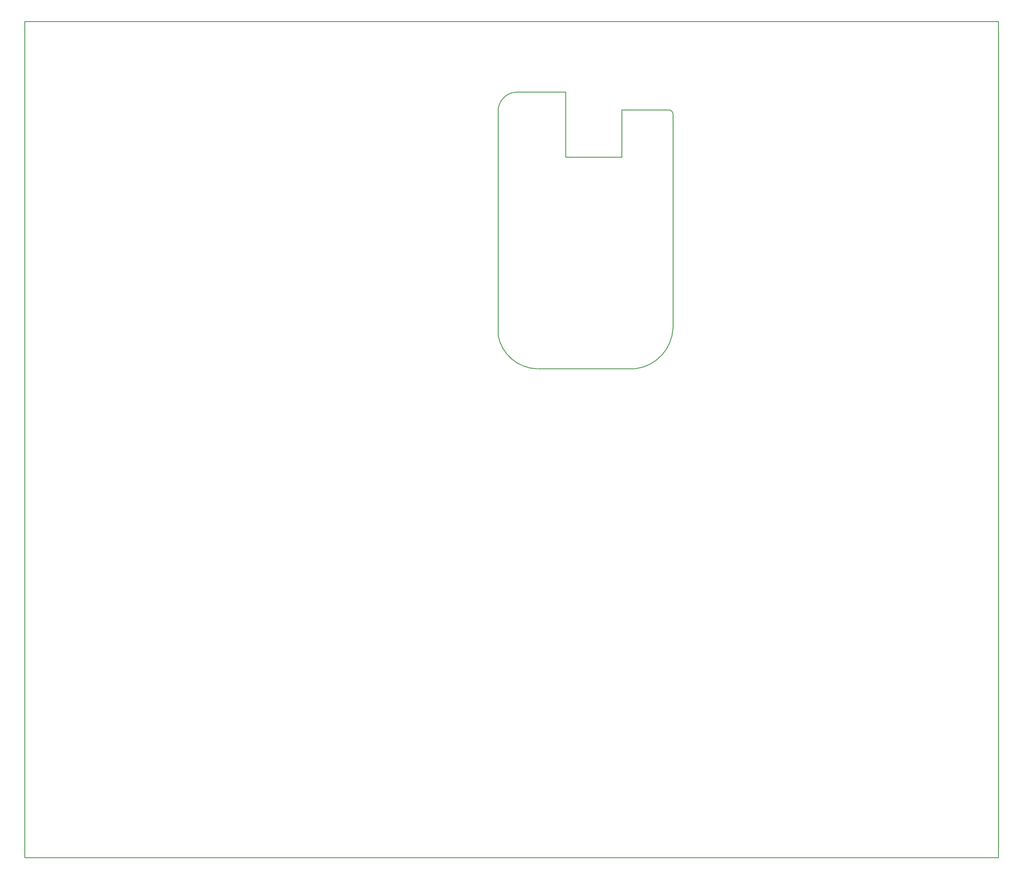
<source format=gko>
G04 Layer: BoardOutline*
G04 EasyEDA v6.4.19.4, 2021-04-14T13:58:42--4:00*
G04 fa96b751c2d54882ab86a56ef34f2425,10*
G04 Gerber Generator version 0.2*
G04 Scale: 100 percent, Rotated: No, Reflected: No *
G04 Dimensions in millimeters *
G04 leading zeros omitted , absolute positions ,4 integer and 5 decimal *
%FSLAX45Y45*%
%MOMM*%

%ADD10C,0.2540*%
D10*
X700001Y5699998D02*
G01*
X31099998Y5699998D01*
X31099998Y-20399999D01*
X700001Y-20399999D01*
X700001Y5699998D01*
X20815300Y2933700D02*
G01*
X19342100Y2933700D01*
X19342100Y1460500D01*
X17589500Y1460500D01*
X17589500Y3492500D01*
X16090900Y3492500D01*
X20942300Y2806700D02*
G01*
X20942300Y-3873500D01*
X20942300Y-3886200D01*
G75*
G01*
X20815290Y2933700D02*
G02*
X20942290Y2806703I0J-127000D01*
G75*
G01*
X15481300Y2857500D02*
G02*
X16090900Y3492500I596391J37573D01*
X15481300Y2857500D02*
G01*
X15481300Y-4102100D01*
X15481300Y-4127500D01*
G75*
G01*
X16700497Y-5143482D02*
G02*
X15481300Y-4102085I33677J1273802D01*
X16725900Y-5143500D02*
G01*
X19748500Y-5143500D01*
G75*
G01*
X20942290Y-3873485D02*
G02*
X19748492Y-5143482I-1336549J60272D01*

%LPD*%
M02*

</source>
